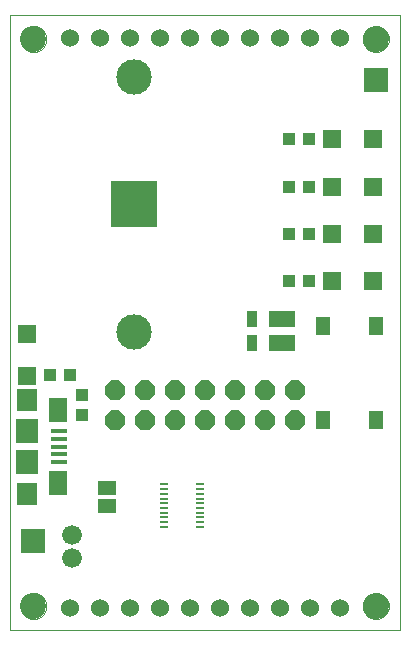
<source format=gts>
G75*
G70*
%OFA0B0*%
%FSLAX24Y24*%
%IPPOS*%
%LPD*%
%AMOC8*
5,1,8,0,0,1.08239X$1,22.5*
%
%ADD10C,0.0000*%
%ADD11C,0.0866*%
%ADD12R,0.0787X0.0787*%
%ADD13R,0.0591X0.0591*%
%ADD14R,0.0394X0.0433*%
%ADD15R,0.0512X0.0610*%
%ADD16R,0.0531X0.0157*%
%ADD17R,0.0630X0.0827*%
%ADD18R,0.0748X0.0837*%
%ADD19R,0.0709X0.0748*%
%ADD20R,0.0276X0.0079*%
%ADD21OC8,0.0660*%
%ADD22C,0.0600*%
%ADD23C,0.0660*%
%ADD24R,0.0630X0.0460*%
%ADD25R,0.0433X0.0394*%
%ADD26R,0.0866X0.0551*%
%ADD27R,0.0354X0.0551*%
%ADD28R,0.1575X0.1575*%
%ADD29C,0.1181*%
D10*
X000519Y000100D02*
X000519Y020572D01*
X013511Y020572D01*
X013511Y000100D01*
X000519Y000100D01*
X000873Y000887D02*
X000875Y000928D01*
X000881Y000969D01*
X000891Y001009D01*
X000904Y001048D01*
X000921Y001085D01*
X000942Y001121D01*
X000966Y001155D01*
X000993Y001186D01*
X001022Y001214D01*
X001055Y001240D01*
X001089Y001262D01*
X001126Y001281D01*
X001164Y001296D01*
X001204Y001308D01*
X001244Y001316D01*
X001285Y001320D01*
X001327Y001320D01*
X001368Y001316D01*
X001408Y001308D01*
X001448Y001296D01*
X001486Y001281D01*
X001522Y001262D01*
X001557Y001240D01*
X001590Y001214D01*
X001619Y001186D01*
X001646Y001155D01*
X001670Y001121D01*
X001691Y001085D01*
X001708Y001048D01*
X001721Y001009D01*
X001731Y000969D01*
X001737Y000928D01*
X001739Y000887D01*
X001737Y000846D01*
X001731Y000805D01*
X001721Y000765D01*
X001708Y000726D01*
X001691Y000689D01*
X001670Y000653D01*
X001646Y000619D01*
X001619Y000588D01*
X001590Y000560D01*
X001557Y000534D01*
X001523Y000512D01*
X001486Y000493D01*
X001448Y000478D01*
X001408Y000466D01*
X001368Y000458D01*
X001327Y000454D01*
X001285Y000454D01*
X001244Y000458D01*
X001204Y000466D01*
X001164Y000478D01*
X001126Y000493D01*
X001090Y000512D01*
X001055Y000534D01*
X001022Y000560D01*
X000993Y000588D01*
X000966Y000619D01*
X000942Y000653D01*
X000921Y000689D01*
X000904Y000726D01*
X000891Y000765D01*
X000881Y000805D01*
X000875Y000846D01*
X000873Y000887D01*
X012290Y000887D02*
X012292Y000928D01*
X012298Y000969D01*
X012308Y001009D01*
X012321Y001048D01*
X012338Y001085D01*
X012359Y001121D01*
X012383Y001155D01*
X012410Y001186D01*
X012439Y001214D01*
X012472Y001240D01*
X012506Y001262D01*
X012543Y001281D01*
X012581Y001296D01*
X012621Y001308D01*
X012661Y001316D01*
X012702Y001320D01*
X012744Y001320D01*
X012785Y001316D01*
X012825Y001308D01*
X012865Y001296D01*
X012903Y001281D01*
X012939Y001262D01*
X012974Y001240D01*
X013007Y001214D01*
X013036Y001186D01*
X013063Y001155D01*
X013087Y001121D01*
X013108Y001085D01*
X013125Y001048D01*
X013138Y001009D01*
X013148Y000969D01*
X013154Y000928D01*
X013156Y000887D01*
X013154Y000846D01*
X013148Y000805D01*
X013138Y000765D01*
X013125Y000726D01*
X013108Y000689D01*
X013087Y000653D01*
X013063Y000619D01*
X013036Y000588D01*
X013007Y000560D01*
X012974Y000534D01*
X012940Y000512D01*
X012903Y000493D01*
X012865Y000478D01*
X012825Y000466D01*
X012785Y000458D01*
X012744Y000454D01*
X012702Y000454D01*
X012661Y000458D01*
X012621Y000466D01*
X012581Y000478D01*
X012543Y000493D01*
X012507Y000512D01*
X012472Y000534D01*
X012439Y000560D01*
X012410Y000588D01*
X012383Y000619D01*
X012359Y000653D01*
X012338Y000689D01*
X012321Y000726D01*
X012308Y000765D01*
X012298Y000805D01*
X012292Y000846D01*
X012290Y000887D01*
X012290Y019785D02*
X012292Y019826D01*
X012298Y019867D01*
X012308Y019907D01*
X012321Y019946D01*
X012338Y019983D01*
X012359Y020019D01*
X012383Y020053D01*
X012410Y020084D01*
X012439Y020112D01*
X012472Y020138D01*
X012506Y020160D01*
X012543Y020179D01*
X012581Y020194D01*
X012621Y020206D01*
X012661Y020214D01*
X012702Y020218D01*
X012744Y020218D01*
X012785Y020214D01*
X012825Y020206D01*
X012865Y020194D01*
X012903Y020179D01*
X012939Y020160D01*
X012974Y020138D01*
X013007Y020112D01*
X013036Y020084D01*
X013063Y020053D01*
X013087Y020019D01*
X013108Y019983D01*
X013125Y019946D01*
X013138Y019907D01*
X013148Y019867D01*
X013154Y019826D01*
X013156Y019785D01*
X013154Y019744D01*
X013148Y019703D01*
X013138Y019663D01*
X013125Y019624D01*
X013108Y019587D01*
X013087Y019551D01*
X013063Y019517D01*
X013036Y019486D01*
X013007Y019458D01*
X012974Y019432D01*
X012940Y019410D01*
X012903Y019391D01*
X012865Y019376D01*
X012825Y019364D01*
X012785Y019356D01*
X012744Y019352D01*
X012702Y019352D01*
X012661Y019356D01*
X012621Y019364D01*
X012581Y019376D01*
X012543Y019391D01*
X012507Y019410D01*
X012472Y019432D01*
X012439Y019458D01*
X012410Y019486D01*
X012383Y019517D01*
X012359Y019551D01*
X012338Y019587D01*
X012321Y019624D01*
X012308Y019663D01*
X012298Y019703D01*
X012292Y019744D01*
X012290Y019785D01*
X000873Y019785D02*
X000875Y019826D01*
X000881Y019867D01*
X000891Y019907D01*
X000904Y019946D01*
X000921Y019983D01*
X000942Y020019D01*
X000966Y020053D01*
X000993Y020084D01*
X001022Y020112D01*
X001055Y020138D01*
X001089Y020160D01*
X001126Y020179D01*
X001164Y020194D01*
X001204Y020206D01*
X001244Y020214D01*
X001285Y020218D01*
X001327Y020218D01*
X001368Y020214D01*
X001408Y020206D01*
X001448Y020194D01*
X001486Y020179D01*
X001522Y020160D01*
X001557Y020138D01*
X001590Y020112D01*
X001619Y020084D01*
X001646Y020053D01*
X001670Y020019D01*
X001691Y019983D01*
X001708Y019946D01*
X001721Y019907D01*
X001731Y019867D01*
X001737Y019826D01*
X001739Y019785D01*
X001737Y019744D01*
X001731Y019703D01*
X001721Y019663D01*
X001708Y019624D01*
X001691Y019587D01*
X001670Y019551D01*
X001646Y019517D01*
X001619Y019486D01*
X001590Y019458D01*
X001557Y019432D01*
X001523Y019410D01*
X001486Y019391D01*
X001448Y019376D01*
X001408Y019364D01*
X001368Y019356D01*
X001327Y019352D01*
X001285Y019352D01*
X001244Y019356D01*
X001204Y019364D01*
X001164Y019376D01*
X001126Y019391D01*
X001090Y019410D01*
X001055Y019432D01*
X001022Y019458D01*
X000993Y019486D01*
X000966Y019517D01*
X000942Y019551D01*
X000921Y019587D01*
X000904Y019624D01*
X000891Y019663D01*
X000881Y019703D01*
X000875Y019744D01*
X000873Y019785D01*
D11*
X001306Y019785D03*
X012723Y019785D03*
X012723Y000887D03*
X001306Y000887D03*
D12*
X001306Y003053D03*
X012723Y018407D03*
D13*
X012625Y016439D03*
X012625Y014864D03*
X012625Y013289D03*
X012625Y011714D03*
X011247Y011714D03*
X011247Y013289D03*
X011247Y014864D03*
X011247Y016439D03*
X001109Y009943D03*
X001109Y008565D03*
D14*
X001857Y008584D03*
X002527Y008584D03*
X009830Y011714D03*
X010499Y011714D03*
X010499Y013289D03*
X009830Y013289D03*
X009830Y014868D03*
X010499Y014868D03*
X010499Y016439D03*
X009830Y016439D03*
D15*
X010952Y010228D03*
X012723Y010228D03*
X012723Y007098D03*
X010952Y007098D03*
D16*
X002162Y006714D03*
X002162Y006458D03*
X002162Y006202D03*
X002162Y005946D03*
X002162Y005691D03*
D17*
X002113Y004982D03*
X002113Y007423D03*
D18*
X001109Y006719D03*
X001109Y005686D03*
D19*
X001109Y004637D03*
X001109Y007767D03*
D20*
X005657Y004943D03*
X005657Y004785D03*
X005657Y004628D03*
X005657Y004470D03*
X005657Y004313D03*
X005657Y004155D03*
X005657Y003998D03*
X005657Y003840D03*
X005657Y003683D03*
X005657Y003525D03*
X006870Y003525D03*
X006870Y003683D03*
X006870Y003840D03*
X006870Y003998D03*
X006870Y004155D03*
X006870Y004313D03*
X006870Y004470D03*
X006870Y004628D03*
X006870Y004785D03*
X006870Y004943D03*
D21*
X007031Y007080D03*
X007031Y008080D03*
X006031Y008080D03*
X006031Y007080D03*
X005031Y007080D03*
X005031Y008080D03*
X004031Y008080D03*
X004031Y007080D03*
X008031Y007080D03*
X008031Y008080D03*
X009031Y008080D03*
X009031Y007080D03*
X010031Y007080D03*
X010031Y008080D03*
D22*
X010515Y000836D03*
X011515Y000836D03*
X009515Y000836D03*
X008515Y000836D03*
X007515Y000836D03*
X006515Y000836D03*
X005515Y000836D03*
X004515Y000836D03*
X003515Y000836D03*
X002515Y000836D03*
X002515Y019836D03*
X003515Y019836D03*
X004515Y019836D03*
X005515Y019836D03*
X006515Y019836D03*
X007515Y019836D03*
X008515Y019836D03*
X009515Y019836D03*
X010515Y019836D03*
X011515Y019836D03*
D23*
X002595Y003269D03*
X002595Y002482D03*
D24*
X003767Y004229D03*
X003767Y004829D03*
D25*
X002940Y007246D03*
X002940Y007915D03*
D26*
X009594Y009667D03*
X009594Y010454D03*
D27*
X008590Y010454D03*
X008590Y009667D03*
D28*
X004653Y014273D03*
D29*
X004653Y018525D03*
X004653Y010021D03*
M02*

</source>
